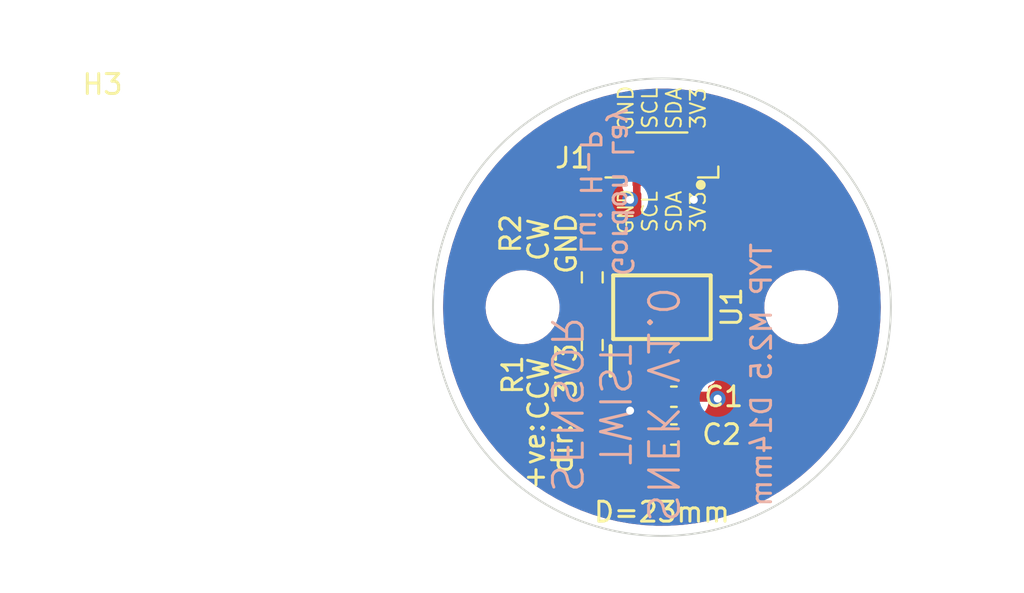
<source format=kicad_pcb>
(kicad_pcb (version 20211014) (generator pcbnew)
  (layers (0 "F.Cu" signal) (31 "B.Cu" signal) (34 "B.Paste" user) (35 "F.Paste" user) (36 "B.SilkS" user "B.Silkscreen") (37 "F.SilkS" user "F.Silkscreen") (38 "B.Mask" user) (39 "F.Mask" user) (44 "Edge.Cuts" user))
  (net 0 "")
  (net 1 "GND")
  (net 2 "/SDA")
  (net 3 "/DIR")
  (net 4 "/SCL")
  (net 5 "+3.3V")
  (footprint "BM04B:BM04B-SURS-TFLFSN" (layer "F.Cu") (at 1.2 -6.6492 180)
    (fp_text reference "J1" (at 5.7 0.8508) (layer "F.SilkS"))
    (fp_text value "BM04B-SURS-TFLFSN" hide)
    (fp_line (start 4.0321 -0.127) (end 3.01214 -0.127) (layer "F.SilkS") (width 0.12))
    (fp_line (start -1.6321 -0.127) (end -1.6321 0.41956) (layer "F.SilkS") (width 0.12))
    (fp_line (start -0.076839 2.1336) (end 2.476839 2.1336) (layer "F.SilkS") (width 0.12))
    (fp_line (start -0.61214 -0.127) (end -1.6321 -0.127) (layer "F.SilkS") (width 0.12))
    (fp_circle (center -0.75 -0.5) (end -0.55 -0.5) (layer "F.SilkS") (width 0.1) (fill solid))
    (pad "1" smd rect (at 0 0 180) (size 0.5588 1.0922) (layers "F.Cu" "F.Paste" "F.Mask") (net 5 "+3.3V"))
    (pad "2" smd rect (at 0.800001 0 180) (size 0.5588 1.0922) (layers "F.Cu" "F.Paste" "F.Mask") (net 2 "/SDA"))
    (pad "3" smd rect (at 1.599999 0 180) (size 0.5588 1.0922) (layers "F.Cu" "F.Paste" "F.Mask") (net 4 "/SCL"))
    (pad "4" smd rect (at 2.4 0 180) (size 0.5588 1.0922) (layers "F.Cu" "F.Paste" "F.Mask") (net 1 "GND"))
    (pad "~" smd rect (at 3.7 1.4 180) (size 1.8034 1.2954) (layers "F.Cu" "F.Paste" "F.Mask"))
    (pad "~" smd rect (at -1.3 1.4 180) (size 1.8034 1.2954) (layers "F.Cu" "F.Paste" "F.Mask"))
  )
  (footprint "Capacitor_SMD:C_0603_1608Metric" (layer "F.Cu") (at 0.6 6.4 180)
    (fp_text reference "C2" (at -2.4 0) (layer "F.SilkS"))
    (fp_text value "10uF" hide)
    (fp_line (start -0.14058 0.51) (end 0.14058 0.51) (layer "F.SilkS") (width 0.12))
    (fp_line (start -0.14058 -0.51) (end 0.14058 -0.51) (layer "F.SilkS") (width 0.12))
    (pad "1" smd roundrect (at -0.775 0 180) (size 0.9 0.95) (layers "F.Cu" "F.Paste" "F.Mask") (net 1 "GND"))
    (pad "2" smd roundrect (at 0.775 0 180) (size 0.9 0.95) (layers "F.Cu" "F.Paste" "F.Mask") (net 5 "+3.3V"))
  )
  (footprint "AS5600:SOIC127P600X175-8N" (layer "F.Cu") (at 0 0 90)
    (fp_text reference "U1" (at 0 3.5 90) (layer "F.SilkS"))
    (fp_text value "AS5600-ASOT" hide)
    (fp_line (start 1.6 -2.45) (end 1.6 2.45) (layer "F.SilkS") (width 0.2))
    (fp_line (start -1.6 -2.45) (end 1.6 -2.45) (layer "F.SilkS") (width 0.2))
    (fp_line (start -1.6 2.45) (end -1.6 -2.45) (layer "F.SilkS") (width 0.2))
    (fp_line (start -3.45 -2.58) (end -1.95 -2.58) (layer "F.SilkS") (width 0.2))
    (fp_line (start 1.6 2.45) (end -1.6 2.45) (layer "F.SilkS") (width 0.2))
    (pad "1" smd rect locked (at -2.7 -1.905 90) (size 1.5 0.65) (layers "F.Cu" "F.Paste" "F.Mask") (net 5 "+3.3V"))
    (pad "2" smd rect locked (at -2.7 -0.635 90) (size 1.5 0.65) (layers "F.Cu" "F.Paste" "F.Mask") (net 5 "+3.3V"))
    (pad "3" smd rect locked (at -2.7 0.635 90) (size 1.5 0.65) (layers "F.Cu" "F.Paste" "F.Mask"))
    (pad "4" smd rect locked (at -2.7 1.905 90) (size 1.5 0.65) (layers "F.Cu" "F.Paste" "F.Mask") (net 1 "GND"))
    (pad "5" smd rect locked (at 2.7 1.905 90) (size 1.5 0.65) (layers "F.Cu" "F.Paste" "F.Mask"))
    (pad "6" smd rect locked (at 2.7 0.635 90) (size 1.5 0.65) (layers "F.Cu" "F.Paste" "F.Mask") (net 2 "/SDA"))
    (pad "7" smd rect locked (at 2.7 -0.635 90) (size 1.5 0.65) (layers "F.Cu" "F.Paste" "F.Mask") (net 4 "/SCL"))
    (pad "8" smd rect locked (at 2.7 -1.905 90) (size 1.5 0.65) (layers "F.Cu" "F.Paste" "F.Mask") (net 3 "/DIR"))
  )
  (footprint "MountingHole:MountingHole_2.7mm_M2.5_ISO7380" (layer "F.Cu") (at -7 0)
    (fp_text reference "H1" (at 0 0) (layer "F.SilkS"))
    (fp_text value "MountingHole")
    (pad "" np_thru_hole circle (at 0 0) (size 2.7 2.7) (drill 2.7) (layers *.Cu *.Mask))
  )
  (footprint "MountingHole:MountingHole_2.7mm_M2.5_ISO7380" (layer "F.Cu") (at 7 0)
    (fp_text reference "H2" (at 0 0) (layer "F.SilkS"))
    (fp_text value "MountingHole")
    (pad "" np_thru_hole circle (at 0 0) (size 2.7 2.7) (drill 2.7) (layers *.Cu *.Mask))
  )
  (footprint "Resistor_SMD:R_0603_1608Metric_Pad0.98x0.95mm_HandSolder" (layer "F.Cu") (at -3.5 1.9 -90)
    (fp_text reference "R1" (at 1.5 4 90) (layer "F.SilkS"))
    (fp_text value "R")
    (fp_line (start -0.254724 -0.5225) (end 0.254724 -0.5225) (layer "F.SilkS") (width 0.12))
    (fp_line (start -0.254724 0.5225) (end 0.254724 0.5225) (layer "F.SilkS") (width 0.12))
    (pad "1" smd roundrect (at -0.9125 0 270) (size 0.975 0.95) (layers "F.Cu" "F.Paste" "F.Mask") (net 3 "/DIR"))
    (pad "2" smd roundrect (at 0.9125 0 270) (size 0.975 0.95) (layers "F.Cu" "F.Paste" "F.Mask") (net 5 "+3.3V"))
  )
  (footprint "MountingHole:MountingHole_2.1mm" (layer "F.Cu") (at -28.1 -8)
    (fp_text reference "H3" (at 0 -3.2) (layer "F.SilkS"))
    (fp_text value "MountingHole")
    (pad "" np_thru_hole circle (at 0 0) (size 2.1 2.1) (drill 2.1) (layers *.Cu *.Mask))
  )
  (footprint "Capacitor_SMD:C_0603_1608Metric" (layer "F.Cu") (at 0.6 4.5)
    (fp_text reference "C1" (at 2.5 0) (layer "F.SilkS"))
    (fp_text value "100nF" hide)
    (fp_line (start -0.14058 0.51) (end 0.14058 0.51) (layer "F.SilkS") (width 0.12))
    (fp_line (start -0.14058 -0.51) (end 0.14058 -0.51) (layer "F.SilkS") (width 0.12))
    (pad "1" smd roundrect (at -0.775 0) (size 0.9 0.95) (layers "F.Cu" "F.Paste" "F.Mask") (net 5 "+3.3V"))
    (pad "2" smd roundrect (at 0.775 0) (size 0.9 0.95) (layers "F.Cu" "F.Paste" "F.Mask") (net 1 "GND"))
  )
  (footprint "Resistor_SMD:R_0603_1608Metric_Pad0.98x0.95mm_HandSolder" (layer "F.Cu") (at -3.5 -1.5 90)
    (fp_text reference "R2" (at 2.2 -4.1 90) (layer "F.SilkS"))
    (fp_text value "R")
    (fp_line (start -0.254724 -0.5225) (end 0.254724 -0.5225) (layer "F.SilkS") (width 0.12))
    (fp_line (start -0.254724 0.5225) (end 0.254724 0.5225) (layer "F.SilkS") (width 0.12))
    (pad "1" smd roundrect (at -0.9125 0 90) (size 0.975 0.95) (layers "F.Cu" "F.Paste" "F.Mask") (net 3 "/DIR"))
    (pad "2" smd roundrect (at 0.9125 0 90) (size 0.975 0.95) (layers "F.Cu" "F.Paste" "F.Mask") (net 1 "GND"))
  )
  (gr_circle (center 0 0) (end 11.5 0) (layer "Edge.Cuts") (width 0.1) (fill none))
  (gr_text "Gordon Lay\nLui H-P" (at -2.8 -5.8 270) (layer "B.SilkS") (effects (font (size 1 1)) (justify mirror)))
  (gr_text "TYP M2.5 D14mm" (at 5 3.4 90) (layer "B.SilkS") (effects (font (size 1 1)) (justify mirror)))
  (gr_text "SNEK V1.0\nTWIST\nSENSOR" (at -2.4 4.9 270) (layer "B.SilkS") (effects (font (size 1.5 1.5)) (justify mirror)))
  (gr_text "GND\nSCL\nSDA\n3V3" (at 0 -4.8 90) (layer "F.SilkS") (effects (font (size 0.75 0.75) (thickness 0.1))))
  (gr_text "D=23mm" (at 0 10.3) (layer "F.SilkS") (effects (font (size 1 1))))
  (gr_text "CCW" (at -6.2 4.1 90) (layer "F.SilkS") (effects (font (size 1 1))))
  (gr_text "CW" (at -6.2 -3.4 90) (layer "F.SilkS") (effects (font (size 1 1))))
  (gr_text "+ve:" (at -6.4 7.5 90) (layer "F.SilkS") (effects (font (size 1 1))))
  (gr_text "GND\nSCL\nSDA\n3V3" (at 0 -10 90) (layer "F.SilkS") (effects (font (size 0.75 0.75) (thickness 0.1))))
  (gr_text "3V3" (at -4.8 3.2 90) (layer "F.SilkS") (effects (font (size 1 1))))
  (gr_text "GND" (at -4.8 -3.2 90) (layer "F.SilkS") (effects (font (size 1 1))))
  (gr_text "dir:" (at -5 7.1 90) (layer "F.SilkS") (effects (font (size 1 1))))
  (segment (start 1.905 2.7) (end 1.905 3.97) (width 0.25) (layer "F.Cu") (net 1))
  (segment (start -1.2 -5.8) (end -1.6 -5.4) (width 0.25) (layer "F.Cu") (net 1))
  (segment (start 1.375 6.4) (end 2.05 6.4) (width 0.25) (layer "F.Cu") (net 1))
  (segment (start 1.375 4.5) (end 2.7 4.5) (width 0.25) (layer "F.Cu") (net 1))
  (segment (start 2.8 5.65) (end 2.8 4.6) (width 0.25) (layer "F.Cu") (net 1))
  (segment (start -1.2 -6.6492) (end -1.2 -5.8) (width 0.25) (layer "F.Cu") (net 1))
  (segment (start 2.7 4.5) (end 2.8 4.6) (width 0.25) (layer "F.Cu") (net 1))
  (segment (start 2.05 6.4) (end 2.8 5.65) (width 0.25) (layer "F.Cu") (net 1))
  (segment (start 1.905 3.97) (end 1.375 4.5) (width 0.25) (layer "F.Cu") (net 1))
  (via (at 2.8 4.6) (size 0.8) (drill 0.4) (layers "F.Cu" "B.Cu") (net 1))
  (via (at -1.6 -5.4) (size 0.8) (drill 0.4) (layers "F.Cu" "B.Cu") (net 1))
  (segment (start 0.635 -3.965) (end 0.399999 -4.200001) (width 0.25) (layer "F.Cu") (net 2))
  (segment (start 0.635 -2.7) (end 0.635 -3.965) (width 0.25) (layer "F.Cu") (net 2))
  (segment (start 0.399999 -4.200001) (end 0.399999 -6.6492) (width 0.25) (layer "F.Cu") (net 2))
  (segment (start -1.905 -0.295) (end -3.1875 0.9875) (width 0.25) (layer "F.Cu") (net 3))
  (segment (start -3.5 -0.5875) (end -2.7125 -0.5875) (width 0.25) (layer "F.Cu") (net 3))
  (segment (start -1.905 -2.7) (end -1.905 -1.395) (width 0.25) (layer "F.Cu") (net 3))
  (segment (start -3.1875 0.9875) (end -3.5 0.9875) (width 0.25) (layer "F.Cu") (net 3))
  (segment (start -1.905 -1.395) (end -1.905 -0.295) (width 0.25) (layer "F.Cu") (net 3))
  (segment (start -2.7125 -0.5875) (end -1.905 -1.395) (width 0.25) (layer "F.Cu") (net 3))
  (segment (start -0.635 -2.7) (end -0.635 -3.965) (width 0.25) (layer "F.Cu") (net 4))
  (segment (start -0.399999 -4.200001) (end -0.399999 -6.6492) (width 0.25) (layer "F.Cu") (net 4))
  (segment (start -0.635 -3.965) (end -0.399999 -4.200001) (width 0.25) (layer "F.Cu") (net 4))
  (segment (start -0.9 4.5) (end -0.7 4.5) (width 0.25) (layer "F.Cu") (net 5))
  (segment (start -0.4 6.4) (end -1.6 5.2) (width 0.25) (layer "F.Cu") (net 5))
  (segment (start -0.175 6.4) (end -0.4 6.4) (width 0.25) (layer "F.Cu") (net 5))
  (segment (start -0.635 2.7) (end -0.635 4.04) (width 0.25) (layer "F.Cu") (net 5))
  (segment (start -0.635 4.04) (end -0.175 4.5) (width 0.25) (layer "F.Cu") (net 5))
  (segment (start -1.905 3.895) (end -1.905 2.7) (width 0.25) (layer "F.Cu") (net 5))
  (segment (start -1.6 5.2) (end -0.9 4.5) (width 0.25) (layer "F.Cu") (net 5))
  (segment (start 1.2 -5.8) (end 1.6 -5.4) (width 0.25) (layer "F.Cu") (net 5))
  (segment (start -3.5 2.8125) (end -3.5 4.3) (width 0.25) (layer "F.Cu") (net 5))
  (segment (start -3.5 4.3) (end -2.6 5.2) (width 0.25) (layer "F.Cu") (net 5))
  (segment (start -0.7 4.5) (end -1.3 4.5) (width 0.25) (layer "F.Cu") (net 5))
  (segment (start -0.7 4.5) (end -0.175 4.5) (width 0.25) (layer "F.Cu") (net 5))
  (segment (start 1.2 -6.6492) (end 1.2 -5.8) (width 0.25) (layer "F.Cu") (net 5))
  (segment (start -1.3 4.5) (end -1.905 3.895) (width 0.25) (layer "F.Cu") (net 5))
  (segment (start -2.6 5.2) (end -1.6 5.2) (width 0.25) (layer "F.Cu") (net 5))
  (via (at -1.6 5.2) (size 0.8) (drill 0.4) (layers "F.Cu" "B.Cu") (net 5))
  (via (at 1.6 -5.4) (size 0.8) (drill 0.4) (layers "F.Cu" "B.Cu") (net 5))
  (zone (net 1) (net_name "GND") (layer "F.Cu") (connect_pads (clearance 0.508)) (min_thickness 0.254) (fill yes (thermal_gap 0.508) (thermal_bridge_width 0.508))
    (polygon (pts (xy 14.789489 13.356798) (xy -19.210511 12.556798) (xy -16.210511 -12.843202) (xy 15.189489 -15.443202)))
  )
  (zone (net 5) (net_name "+3.3V") (layer "B.Cu") (connect_pads (clearance 0.508)) (min_thickness 0.254) (fill yes (thermal_gap 0.508) (thermal_bridge_width 0.508))
    (polygon (pts (xy 17.8 14.4) (xy -16.2 13.6) (xy -13.2 -11.8) (xy 18.2 -14.4)))
  )
)
</source>
